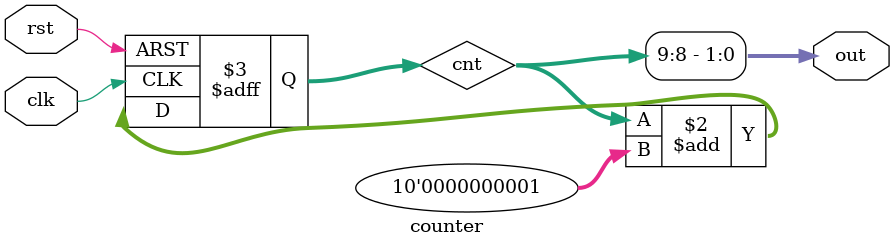
<source format=v>
module counter(clk, rst, out);
	input clk, rst;
	
	output [1:0]out;
	assign out=cnt[9:8];
	
	reg [9:0]cnt;
	
	always@(posedge clk or posedge rst)begin
		if(rst) cnt<=10'd0;
		else cnt<=cnt+10'd1;
	end
endmodule
</source>
